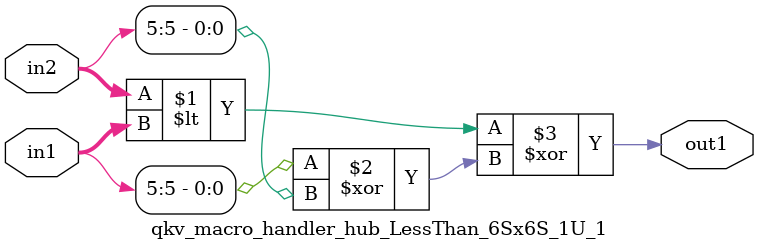
<source format=v>

`timescale 1ps / 1ps


module qkv_macro_handler_hub_LessThan_6Sx6S_1U_1( in2, in1, out1 );

    input [5:0] in2;
    input [5:0] in1;
    output out1;

    
    // rtl_process:qkv_macro_handler_hub_LessThan_6Sx6S_1U_1/qkv_macro_handler_hub_LessThan_6Sx6S_1U_1_thread_1
    assign out1 = (in2 < in1 ^ (in1[5] ^ in2[5]));

endmodule


</source>
